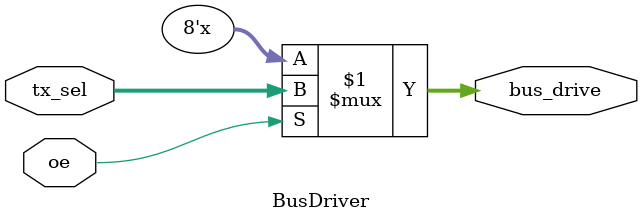
<source format=sv>
module TopALU2bit (
    input  [1:0] operand_a,
    input  [1:0] operand_b,
    input        op_sub, // 1: sub, 0: add
    output [1:0] result
);
    // Internal signals
    wire [1:0] alu_operand_b_mux;
    wire       alu_carry_in;
    wire [2:0] alu_sum_ext;

    // Operand B Mux and Inverter: Handles operand_b inversion for subtraction
    OperandBMuxInv u_operand_b_mux_inv (
        .operand_b      (operand_b),
        .op_sub         (op_sub),
        .operand_b_mux  (alu_operand_b_mux)
    );

    // Carry In Generator: Generates carry_in for add/sub operations
    CarryInGen u_carry_in_gen (
        .op_sub         (op_sub),
        .carry_in       (alu_carry_in)
    );

    // 2-bit Adder: Performs addition/subtraction
    Adder2bit u_adder_2bit (
        .operand_a      (operand_a),
        .operand_b      (alu_operand_b_mux),
        .carry_in       (alu_carry_in),
        .sum_ext        (alu_sum_ext)
    );

    // Output selection
    assign result = alu_sum_ext[1:0];

endmodule

//------------------------------------------------------------------------------
// Operand B Mux and Inverter
// Selects and inverts operand_b if subtraction is selected
//------------------------------------------------------------------------------
module OperandBMuxInv (
    input  [1:0] operand_b,
    input        op_sub,
    output [1:0] operand_b_mux
);
    assign operand_b_mux = op_sub ? ~operand_b : operand_b;
endmodule

//------------------------------------------------------------------------------
// Carry In Generator
// Provides the correct carry_in for addition/subtraction
//------------------------------------------------------------------------------
module CarryInGen (
    input  op_sub,
    output carry_in
);
    assign carry_in = op_sub ? 1'b1 : 1'b0;
endmodule

//------------------------------------------------------------------------------
// 2-bit Adder with Carry In
// Performs operand_a + operand_b + carry_in
//------------------------------------------------------------------------------
module Adder2bit (
    input  [1:0] operand_a,
    input  [1:0] operand_b,
    input        carry_in,
    output [2:0] sum_ext
);
    assign sum_ext = {1'b0, operand_a} + {1'b0, operand_b} + carry_in;
endmodule

//------------------------------------------------------------------------------
// Top-level module for BiDirMux with hierarchical structure
//------------------------------------------------------------------------------
module BiDirMux #(parameter DW=8) (
    inout  [DW-1:0] bus,
    input  [(4*DW)-1:0] tx,
    output [(4*DW)-1:0] rx,
    input  [1:0] sel,
    input  oe
);
    // Internal signals
    wire [DW-1:0] bus_data;
    wire [DW-1:0] bus_drive;
    wire [4*DW-1:0] rx_internal;

    // RX Demultiplexer: Distributes bus data to the appropriate RX channel
    RXDemux #(.DW(DW)) u_rx_demux (
        .bus           (bus),
        .sel           (sel),
        .rx            (rx_internal)
    );
    assign rx = rx_internal;

    // TX Multiplexer: Selects the correct TX channel to drive the bus
    TXMux #(.DW(DW)) u_tx_mux (
        .tx            (tx),
        .sel           (sel),
        .tx_sel        (bus_data)
    );

    // Bus Output Enable Logic: Drives bus with selected TX data if OE is asserted
    BusDriver #(.DW(DW)) u_bus_driver (
        .tx_sel        (bus_data),
        .oe            (oe),
        .bus_drive     (bus_drive)
    );

    assign bus = bus_drive;

endmodule

//------------------------------------------------------------------------------
// RX Demultiplexer
// Routes data from bus to the selected RX channel
//------------------------------------------------------------------------------
module RXDemux #(parameter DW=8) (
    input  [DW-1:0] bus,
    input  [1:0]    sel,
    output [4*DW-1:0] rx
);
    genvar i;
    generate
        for(i=0; i<4; i=i+1) begin: rx_gen
            assign rx[(i+1)*DW-1:i*DW] = (sel == i) ? bus : {DW{1'bz}};
        end
    endgenerate
endmodule

//------------------------------------------------------------------------------
// TX Multiplexer
// Selects the correct TX channel based on SEL
//------------------------------------------------------------------------------
module TXMux #(parameter DW=8) (
    input  [(4*DW)-1:0] tx,
    input  [1:0]        sel,
    output [DW-1:0]     tx_sel
);
    reg [DW-1:0] tx_mux;
    always @(*) begin
        case(sel)
            2'd0: tx_mux = tx[DW-1:0];
            2'd1: tx_mux = tx[(2*DW)-1:DW];
            2'd2: tx_mux = tx[(3*DW)-1:(2*DW)];
            2'd3: tx_mux = tx[(4*DW)-1:(3*DW)];
            default: tx_mux = {DW{1'bz}};
        endcase
    end
    assign tx_sel = tx_mux;
endmodule

//------------------------------------------------------------------------------
// Bus Output Driver
// Drives the bus with selected TX data if output enable is high, else tristate
//------------------------------------------------------------------------------
module BusDriver #(parameter DW=8) (
    input  [DW-1:0] tx_sel,
    input           oe,
    output [DW-1:0] bus_drive
);
    assign bus_drive = oe ? tx_sel : {DW{1'bz}};
endmodule
</source>
